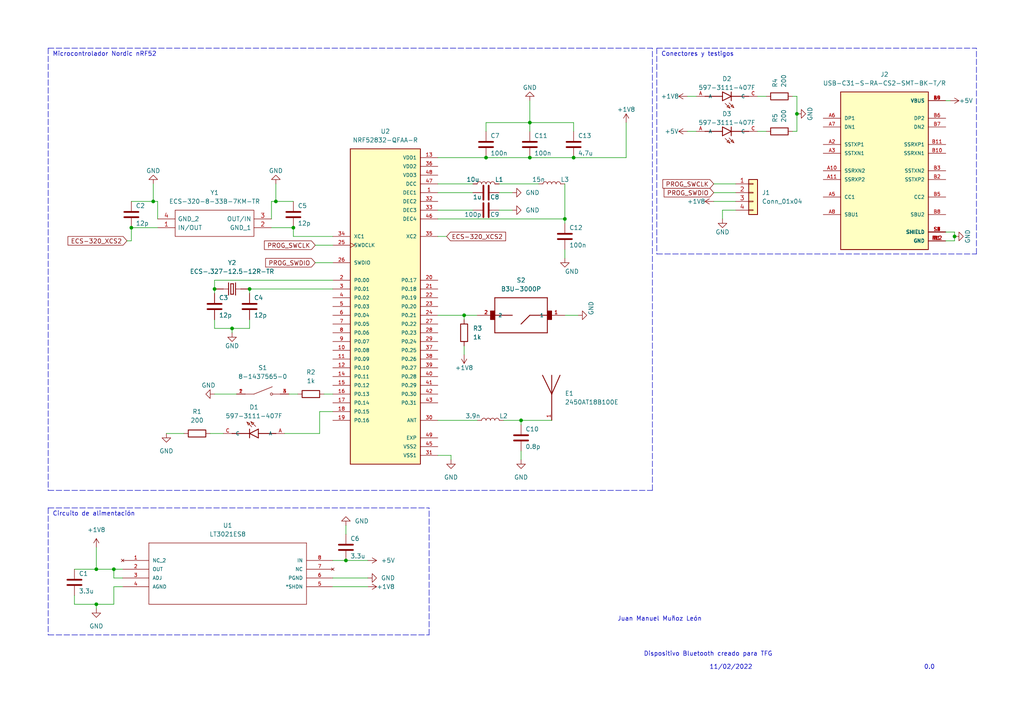
<source format=kicad_sch>
(kicad_sch (version 20211123) (generator eeschema)
  (paper "A4")
  (lib_symbols
    (symbol "Connector_Generic:Conn_01x04" (pin_names (offset 1.016) hide)
      (property "Reference" "J" (at 0 5.08 0))
      (property "Value" "Conn_01x04" (at 0 -7.62 0))
      (symbol "Conn_01x04_1_1"
        (rectangle (start -1.27 -4.953) (end 0 -5.207) (stroke (width 0.1524)))
        (rectangle (start -1.27 -2.413) (end 0 -2.667) (stroke (width 0.1524)))
        (rectangle (start -1.27 0.127) (end 0 -0.127) (stroke (width 0.1524)))
        (rectangle (start -1.27 2.667) (end 0 2.413) (stroke (width 0.1524)))
        (rectangle (start -1.27 3.81) (end 1.27 -6.35) (stroke (width 0.254)) (fill (type background)))
        (pin passive line (at -5.08 2.54 0) (length 3.81) (name "Pin_1") (number "1"))
        (pin passive line (at -5.08 0 0) (length 3.81) (name "Pin_2") (number "2"))
        (pin passive line (at -5.08 -2.54 0) (length 3.81) (name "Pin_3") (number "3"))
        (pin passive line (at -5.08 -5.08 0) (length 3.81) (name "Pin_4") (number "4"))
      )
    )
    (symbol "Device:C" (pin_numbers hide) (pin_names (offset 0.254))
      (property "Reference" "C" (at 0.635 2.54 0))
      (property "Value" "C" (at 0.635 -2.54 0))
      (symbol "C_0_1"
        (polyline (pts (xy -2.032 -0.762) (xy 2.032 -0.762)) (stroke (width 0.508)))
        (polyline (pts (xy -2.032 0.762) (xy 2.032 0.762)) (stroke (width 0.508)))
      )
      (symbol "C_1_1"
        (pin passive line (at 0 3.81 270) (length 2.794) (name "~") (number "1"))
        (pin passive line (at 0 -3.81 90) (length 2.794) (name "~") (number "2"))
      )
    )
    (symbol "Device:L" (pin_numbers hide) (pin_names (offset 1.016) hide)
      (property "Reference" "L" (at -1.27 0 90))
      (property "Value" "L" (at 1.905 0 90))
      (symbol "L_0_1"
        (arc (start 0 -2.54) (mid 0.635 -1.905) (end 0 -1.27))
        (arc (start 0 -1.27) (mid 0.635 -0.635) (end 0 0))
        (arc (start 0 0) (mid 0.635 0.635) (end 0 1.27))
        (arc (start 0 1.27) (mid 0.635 1.905) (end 0 2.54))
      )
      (symbol "L_1_1"
        (pin passive line (at 0 3.81 270) (length 1.27) (name "1") (number "1"))
        (pin passive line (at 0 -3.81 90) (length 1.27) (name "2") (number "2"))
      )
    )
    (symbol "Device:R" (pin_numbers hide) (pin_names (offset 0))
      (property "Reference" "R" (at 2.032 0 90))
      (property "Value" "R" (at 0 0 90))
      (symbol "R_0_1"
        (rectangle (start -1.016 -2.54) (end 1.016 2.54) (stroke (width 0.254)))
      )
      (symbol "R_1_1"
        (pin passive line (at 0 3.81 270) (length 1.27) (name "~") (number "1"))
        (pin passive line (at 0 -3.81 90) (length 1.27) (name "~") (number "2"))
      )
    )
    (symbol "componentes:2450AT18B100E" (pin_names (offset 1.016) hide)
      (property "Reference" "E" (at 2.54 5.08 0))
      (property "Value" "2450AT18B100E" (at 2.54 2.54 0))
      (symbol "2450AT18B100E_0_0"
        (polyline (pts (xy 0 2.54) (xy -2.667 8.001)) (stroke (width 0.254)))
        (polyline (pts (xy 0 2.54) (xy 0 -5.08)) (stroke (width 0.254)))
        (polyline (pts (xy 0 8.001) (xy 0 2.54)) (stroke (width 0.254)))
        (polyline (pts (xy 2.413 8.001) (xy 0 2.54)) (stroke (width 0.254)))
        (pin input line (at 0 -5.08 90) (length 2.54) (name "~") (number "1"))
      )
    )
    (symbol "componentes:597-3111-407F" (pin_names (offset 1.016))
      (property "Reference" "D" (at -2.032 4.064 0))
      (property "Value" "597-3111-407F" (at -2.032 -3.81 0))
      (symbol "597-3111-407F_0_0"
        (polyline (pts (xy -5.08 0) (xy 0 0)) (stroke (width 0.254)))
        (polyline (pts (xy 0 -1.27) (xy 0 0)) (stroke (width 0.254)))
        (polyline (pts (xy 0 0) (xy 0 1.27)) (stroke (width 0.254)))
        (polyline (pts (xy 0 0) (xy 2.54 1.27)) (stroke (width 0.254)))
        (polyline (pts (xy 0.635 1.905) (xy -0.762 3.302)) (stroke (width 0.1524)))
        (polyline (pts (xy 1.778 2.032) (xy 0.381 3.429)) (stroke (width 0.1524)))
        (polyline (pts (xy 2.54 -1.27) (xy 0 0)) (stroke (width 0.254)))
        (polyline (pts (xy 2.54 -1.27) (xy 2.54 0)) (stroke (width 0.254)))
        (polyline (pts (xy 2.54 0) (xy 2.54 1.27)) (stroke (width 0.254)))
        (polyline (pts (xy 2.54 0) (xy 7.62 0)) (stroke (width 0.254)))
        (polyline (pts (xy -0.762 3.302) (xy 0.127 2.921) (xy -0.381 2.413) (xy -0.762 3.302)) (stroke (width 0.1524)) (fill (type background)))
        (polyline (pts (xy 0.381 3.429) (xy 1.27 3.048) (xy 0.762 2.54) (xy 0.381 3.429)) (stroke (width 0.1524)) (fill (type background)))
        (pin passive line (at 10.16 0 180) (length 2.54) (name "A") (number "A"))
        (pin passive line (at -7.62 0 0) (length 2.54) (name "C") (number "C"))
      )
    )
    (symbol "componentes:8-1437565-0" (pin_names (offset 1.016) hide)
      (property "Reference" "S" (at -2.54 2.54 0))
      (property "Value" "8-1437565-0" (at -2.54 -2.54 0))
      (symbol "8-1437565-0_0_0"
        (polyline (pts (xy -2.54 0) (xy -5.08 0)) (stroke (width 0.1524)))
        (polyline (pts (xy -2.54 0) (xy 2.794 2.1336)) (stroke (width 0.1524)))
        (polyline (pts (xy 5.08 0) (xy 2.921 0)) (stroke (width 0.1524)))
        (circle (center 2.54 0) (radius 0.3302) (stroke (width 0.1524)))
        (pin passive line (at -7.62 0 0) (length 2.54) (name "~") (number "1"))
        (pin passive line (at -7.62 0 0) (length 2.54) (name "~") (number "2"))
        (pin passive line (at 7.62 0 180) (length 2.54) (name "~") (number "3"))
        (pin passive line (at 7.62 0 180) (length 2.54) (name "~") (number "4"))
      )
    )
    (symbol "componentes:B3U-3000P" (pin_names (offset 1.016))
      (property "Reference" "S" (at -7.62 5.08 0))
      (property "Value" "B3U-3000P" (at -7.6454 -7.6454 0))
      (symbol "B3U-3000P_0_0"
        (rectangle (start -8.89 -1.27) (end -7.5946 1.27) (fill (type outline)))
        (polyline (pts (xy -7.62 -5.08) (xy 7.62 -5.08)) (stroke (width 0.254)))
        (polyline (pts (xy -7.62 0) (xy -7.62 -5.08)) (stroke (width 0.254)))
        (polyline (pts (xy -7.62 0) (xy -2.54 0)) (stroke (width 0.254)))
        (polyline (pts (xy -7.62 5.08) (xy -7.62 0)) (stroke (width 0.254)))
        (polyline (pts (xy 2.54 0) (xy 0 -2.54)) (stroke (width 0.254)))
        (polyline (pts (xy 7.62 -5.08) (xy 7.62 0)) (stroke (width 0.254)))
        (polyline (pts (xy 7.62 0) (xy 2.54 0)) (stroke (width 0.254)))
        (polyline (pts (xy 7.62 0) (xy 7.62 5.08)) (stroke (width 0.254)))
        (polyline (pts (xy 7.62 5.08) (xy -7.62 5.08)) (stroke (width 0.254)))
        (rectangle (start 7.62 -1.27) (end 8.89 1.27) (fill (type outline)))
        (pin passive line (at 12.7 0 180) (length 5.08) (name "1") (number "1"))
        (pin passive line (at -12.7 0 0) (length 5.08) (name "2") (number "2"))
      )
    )
    (symbol "componentes:ECS-.327-12.5-12R-TR" (pin_numbers hide) (pin_names (offset 1.016) hide)
      (property "Reference" "Y" (at -5.08 3.81 0))
      (property "Value" "ECS-.327-12.5-12R-TR" (at -5.08 -5.08 0))
      (symbol "ECS-.327-12.5-12R-TR_0_0"
        (polyline (pts (xy -2.54 0) (xy -1.016 0)) (stroke (width 0.1524)))
        (polyline (pts (xy -1.016 1.778) (xy -1.016 -1.778)) (stroke (width 0.254)))
        (polyline (pts (xy -0.381 -1.524) (xy 0.381 -1.524)) (stroke (width 0.254)))
        (polyline (pts (xy -0.381 1.524) (xy -0.381 -1.524)) (stroke (width 0.254)))
        (polyline (pts (xy 0.381 -1.524) (xy 0.381 1.524)) (stroke (width 0.254)))
        (polyline (pts (xy 0.381 1.524) (xy -0.381 1.524)) (stroke (width 0.254)))
        (polyline (pts (xy 1.016 0) (xy 2.54 0)) (stroke (width 0.1524)))
        (polyline (pts (xy 1.016 1.778) (xy 1.016 -1.778)) (stroke (width 0.254)))
        (pin passive line (at -5.08 0 0) (length 2.54) (name "~") (number "1"))
        (pin passive line (at 5.08 0 180) (length 2.54) (name "~") (number "2"))
      )
    )
    (symbol "componentes:ECS-320-8-33B-7KM-TR" (pin_names (offset 0.762))
      (property "Reference" "Y" (at 29.21 7.62 0))
      (property "Value" "ECS-320-8-33B-7KM-TR" (at 29.21 5.08 0))
      (symbol "ECS-320-8-33B-7KM-TR_0_0"
        (pin passive line (at 0 -2.54 0) (length 5.08) (name "IN/OUT") (number "1"))
        (pin passive line (at 33.02 -2.54 180) (length 5.08) (name "GND_1") (number "2"))
        (pin passive line (at 33.02 0 180) (length 5.08) (name "OUT/IN") (number "3"))
        (pin passive line (at 0 0 0) (length 5.08) (name "GND_2") (number "4"))
      )
      (symbol "ECS-320-8-33B-7KM-TR_0_1"
        (polyline (pts (xy 5.08 2.54) (xy 27.94 2.54) (xy 27.94 -5.08) (xy 5.08 -5.08) (xy 5.08 2.54)) (stroke (width 0.1524)))
      )
    )
    (symbol "componentes:LT3021ES8" (pin_names (offset 1.016))
      (property "Reference" "U" (at 25.8064 9.144 0))
      (property "Value" "LT3021ES8" (at 25.146 6.5786 0))
      (symbol "LT3021ES8_0_0"
        (polyline (pts (xy 7.62 -12.7) (xy 53.34 -12.7)) (stroke (width 0.1524)))
        (polyline (pts (xy 7.62 5.08) (xy 7.62 -12.7)) (stroke (width 0.1524)))
        (polyline (pts (xy 53.34 -12.7) (xy 53.34 5.08)) (stroke (width 0.1524)))
        (polyline (pts (xy 53.34 5.08) (xy 7.62 5.08)) (stroke (width 0.1524)))
        (pin no_connect line (at 0 0 0) (length 7.62) (name "NC_2") (number "1"))
        (pin output line (at 0 -2.54 0) (length 7.62) (name "OUT") (number "2"))
        (pin input line (at 0 -5.08 0) (length 7.62) (name "ADJ") (number "3"))
        (pin power_in line (at 0 -7.62 0) (length 7.62) (name "AGND") (number "4"))
        (pin passive line (at 60.96 -7.62 180) (length 7.62) (name "*SHDN") (number "5"))
        (pin power_in line (at 60.96 -5.08 180) (length 7.62) (name "PGND") (number "6"))
        (pin no_connect line (at 60.96 -2.54 180) (length 7.62) (name "NC") (number "7"))
        (pin input line (at 60.96 0 180) (length 7.62) (name "IN") (number "8"))
      )
    )
    (symbol "componentes:NRF52832-QFAA-R" (pin_names (offset 1.016))
      (property "Reference" "U" (at -10.1854 45.7962 0))
      (property "Value" "NRF52832-QFAA-R" (at -10.16 -48.26 0))
      (symbol "NRF52832-QFAA-R_0_0"
        (rectangle (start -10.16 -45.72) (end 10.16 45.72) (stroke (width 0.254)) (fill (type background)))
        (pin power_in line (at 15.24 33.02 180) (length 5.08) (name "DEC1") (number "1"))
        (pin bidirectional line (at -15.24 -12.7 0) (length 5.08) (name "P0.08") (number "10"))
        (pin bidirectional line (at -15.24 -15.24 0) (length 5.08) (name "P0.09") (number "11"))
        (pin bidirectional line (at -15.24 -17.78 0) (length 5.08) (name "P0.10") (number "12"))
        (pin power_in line (at 15.24 43.18 180) (length 5.08) (name "VDD1") (number "13"))
        (pin bidirectional line (at -15.24 -20.32 0) (length 5.08) (name "P0.11") (number "14"))
        (pin bidirectional line (at -15.24 -22.86 0) (length 5.08) (name "P0.12") (number "15"))
        (pin bidirectional line (at -15.24 -25.4 0) (length 5.08) (name "P0.13") (number "16"))
        (pin bidirectional line (at -15.24 -27.94 0) (length 5.08) (name "P0.14") (number "17"))
        (pin bidirectional line (at -15.24 -30.48 0) (length 5.08) (name "P0.15") (number "18"))
        (pin bidirectional line (at -15.24 -33.02 0) (length 5.08) (name "P0.16") (number "19"))
        (pin bidirectional line (at -15.24 7.62 0) (length 5.08) (name "P0.00") (number "2"))
        (pin bidirectional line (at 15.24 7.62 180) (length 5.08) (name "P0.17") (number "20"))
        (pin bidirectional line (at 15.24 5.08 180) (length 5.08) (name "P0.18") (number "21"))
        (pin bidirectional line (at 15.24 2.54 180) (length 5.08) (name "P0.19") (number "22"))
        (pin bidirectional line (at 15.24 0 180) (length 5.08) (name "P0.20") (number "23"))
        (pin bidirectional line (at 15.24 -2.54 180) (length 5.08) (name "P0.21") (number "24"))
        (pin input clock (at -15.24 17.78 0) (length 5.08) (name "SWDCLK") (number "25"))
        (pin bidirectional line (at -15.24 12.7 0) (length 5.08) (name "SWDIO") (number "26"))
        (pin bidirectional line (at 15.24 -5.08 180) (length 5.08) (name "P0.22") (number "27"))
        (pin bidirectional line (at 15.24 -7.62 180) (length 5.08) (name "P0.23") (number "28"))
        (pin bidirectional line (at 15.24 -10.16 180) (length 5.08) (name "P0.24") (number "29"))
        (pin bidirectional line (at -15.24 5.08 0) (length 5.08) (name "P0.01") (number "3"))
        (pin passive line (at 15.24 -33.02 180) (length 5.08) (name "ANT") (number "30"))
        (pin power_in line (at 15.24 -43.18 180) (length 5.08) (name "VSS1") (number "31"))
        (pin power_in line (at 15.24 30.48 180) (length 5.08) (name "DEC2") (number "32"))
        (pin power_in line (at 15.24 27.94 180) (length 5.08) (name "DEC3") (number "33"))
        (pin input line (at -15.24 20.32 0) (length 5.08) (name "XC1") (number "34"))
        (pin output line (at 15.24 20.32 180) (length 5.08) (name "XC2") (number "35"))
        (pin power_in line (at 15.24 40.64 180) (length 5.08) (name "VDD2") (number "36"))
        (pin bidirectional line (at 15.24 -12.7 180) (length 5.08) (name "P0.25") (number "37"))
        (pin bidirectional line (at 15.24 -15.24 180) (length 5.08) (name "P0.26") (number "38"))
        (pin bidirectional line (at 15.24 -17.78 180) (length 5.08) (name "P0.27") (number "39"))
        (pin bidirectional line (at -15.24 2.54 0) (length 5.08) (name "P0.02") (number "4"))
        (pin bidirectional line (at 15.24 -20.32 180) (length 5.08) (name "P0.28") (number "40"))
        (pin bidirectional line (at 15.24 -22.86 180) (length 5.08) (name "P0.29") (number "41"))
        (pin bidirectional line (at 15.24 -25.4 180) (length 5.08) (name "P0.30") (number "42"))
        (pin bidirectional line (at 15.24 -27.94 180) (length 5.08) (name "P0.31") (number "43"))
        (pin power_in line (at 15.24 -40.64 180) (length 5.08) (name "VSS2") (number "45"))
        (pin power_in line (at 15.24 25.4 180) (length 5.08) (name "DEC4") (number "46"))
        (pin power_in line (at 15.24 35.56 180) (length 5.08) (name "DCC") (number "47"))
        (pin power_in line (at 15.24 38.1 180) (length 5.08) (name "VDD3") (number "48"))
        (pin power_in line (at 15.24 -38.1 180) (length 5.08) (name "EXP") (number "49"))
        (pin bidirectional line (at -15.24 0 0) (length 5.08) (name "P0.03") (number "5"))
        (pin bidirectional line (at -15.24 -2.54 0) (length 5.08) (name "P0.04") (number "6"))
        (pin bidirectional line (at -15.24 -5.08 0) (length 5.08) (name "P0.05") (number "7"))
        (pin bidirectional line (at -15.24 -7.62 0) (length 5.08) (name "P0.06") (number "8"))
        (pin bidirectional line (at -15.24 -10.16 0) (length 5.08) (name "P0.07") (number "9"))
      )
    )
    (symbol "componentes:USB-C31-S-RA-CS2-SMT-BK-T{brace}slash}R" (pin_names (offset 1.016))
      (property "Reference" "J" (at -12.7 23.622 0))
      (property "Value" "USB-C31-S-RA-CS2-SMT-BK-T{brace}slash}R" (at -12.7 -25.4 0))
      (symbol "USB-C31-S-RA-CS2-SMT-BK-T{brace}slash}R_0_0"
        (rectangle (start -12.7 -22.86) (end 12.7 22.86) (stroke (width 0.254)) (fill (type background)))
        (pin power_in line (at 17.78 -20.32 180) (length 5.08) (name "GND") (number "A1"))
        (pin bidirectional line (at -17.78 0 0) (length 5.08) (name "SSRXN2") (number "A10"))
        (pin bidirectional line (at -17.78 -2.54 0) (length 5.08) (name "SSRXP2") (number "A11"))
        (pin power_in line (at 17.78 -20.32 180) (length 5.08) (name "GND") (number "A12"))
        (pin bidirectional line (at -17.78 7.62 0) (length 5.08) (name "SSTXP1") (number "A2"))
        (pin bidirectional line (at -17.78 5.08 0) (length 5.08) (name "SSTXN1") (number "A3"))
        (pin power_in line (at 17.78 20.32 180) (length 5.08) (name "VBUS") (number "A4"))
        (pin passive line (at -17.78 -7.62 0) (length 5.08) (name "CC1") (number "A5"))
        (pin bidirectional line (at -17.78 15.24 0) (length 5.08) (name "DP1") (number "A6"))
        (pin bidirectional line (at -17.78 12.7 0) (length 5.08) (name "DN1") (number "A7"))
        (pin passive line (at -17.78 -12.7 0) (length 5.08) (name "SBU1") (number "A8"))
        (pin power_in line (at 17.78 20.32 180) (length 5.08) (name "VBUS") (number "A9"))
        (pin power_in line (at 17.78 -20.32 180) (length 5.08) (name "GND") (number "B1"))
        (pin bidirectional line (at 17.78 5.08 180) (length 5.08) (name "SSRXN1") (number "B10"))
        (pin bidirectional line (at 17.78 7.62 180) (length 5.08) (name "SSRXP1") (number "B11"))
        (pin power_in line (at 17.78 -20.32 180) (length 5.08) (name "GND") (number "B12"))
        (pin bidirectional line (at 17.78 -2.54 180) (length 5.08) (name "SSTXP2") (number "B2"))
        (pin bidirectional line (at 17.78 0 180) (length 5.08) (name "SSTXN2") (number "B3"))
        (pin power_in line (at 17.78 20.32 180) (length 5.08) (name "VBUS") (number "B4"))
        (pin passive line (at 17.78 -7.62 180) (length 5.08) (name "CC2") (number "B5"))
        (pin bidirectional line (at 17.78 15.24 180) (length 5.08) (name "DP2") (number "B6"))
        (pin bidirectional line (at 17.78 12.7 180) (length 5.08) (name "DN2") (number "B7"))
        (pin passive line (at 17.78 -12.7 180) (length 5.08) (name "SBU2") (number "B8"))
        (pin power_in line (at 17.78 20.32 180) (length 5.08) (name "VBUS") (number "B9"))
        (pin passive line (at 17.78 -17.78 180) (length 5.08) (name "SHIELD") (number "S1"))
        (pin passive line (at 17.78 -17.78 180) (length 5.08) (name "SHIELD") (number "S2"))
        (pin passive line (at 17.78 -17.78 180) (length 5.08) (name "SHIELD") (number "S3"))
        (pin passive line (at 17.78 -17.78 180) (length 5.08) (name "SHIELD") (number "S4"))
        (pin passive line (at 17.78 -17.78 180) (length 5.08) (name "SHIELD") (number "S5"))
        (pin passive line (at 17.78 -17.78 180) (length 5.08) (name "SHIELD") (number "S6"))
        (pin passive line (at 17.78 -17.78 180) (length 5.08) (name "SHIELD") (number "S7"))
        (pin passive line (at 17.78 -17.78 180) (length 5.08) (name "SHIELD") (number "S8"))
      )
    )
    (symbol "power:+1V8" (power) (pin_names (offset 0))
      (property "Value" "+1V8" (at 0 3.556 0))
      (symbol "+1V8_0_1"
        (polyline (pts (xy -0.762 1.27) (xy 0 2.54)))
        (polyline (pts (xy 0 0) (xy 0 2.54)))
        (polyline (pts (xy 0 2.54) (xy 0.762 1.27)))
      )
      (symbol "+1V8_1_1"
        (pin power_in line (at 0 0 90) (length 0) hide (name "+1V8") (number "1"))
      )
    )
    (symbol "power:+5V" (power) (pin_names (offset 0))
      (property "Value" "+5V" (at 0 3.556 0))
      (symbol "+5V_0_1"
        (polyline (pts (xy -0.762 1.27) (xy 0 2.54)))
        (polyline (pts (xy 0 0) (xy 0 2.54)))
        (polyline (pts (xy 0 2.54) (xy 0.762 1.27)))
      )
      (symbol "+5V_1_1"
        (pin power_in line (at 0 0 90) (length 0) hide (name "+5V") (number "1"))
      )
    )
    (symbol "power:GND" (power) (pin_names (offset 0))
      (property "Value" "GND" (at 0 -3.81 0))
      (symbol "GND_0_1"
        (polyline (pts (xy 0 0) (xy 0 -1.27) (xy 1.27 -1.27) (xy 0 -2.54) (xy -1.27 -1.27) (xy 0 -1.27)))
      )
      (symbol "GND_1_1"
        (pin power_in line (at 0 0 270) (length 0) hide (name "GND") (number "1"))
      )
    )
  )
  (junction (at 100.33 162.56))
  (junction (at 27.94 175.26))
  (junction (at 163.83 63.5))
  (junction (at 38.1 66.04))
  (junction (at 276.86 68.58))
  (junction (at 27.94 165.1))
  (junction (at 140.97 45.72))
  (junction (at 166.37 45.72))
  (junction (at 72.39 83.82))
  (junction (at 80.01 58.42))
  (junction (at 134.62 91.44))
  (junction (at 153.67 45.72))
  (junction (at 67.31 95.25))
  (junction (at 231.14 33.02))
  (junction (at 85.09 66.04))
  (junction (at 151.13 121.92))
  (junction (at 153.67 35.56))
  (junction (at 62.23 83.82))
  (junction (at 33.02 165.1))
  (junction (at 44.45 58.42))
  (wire (pts (xy 229.87 27.94) (xy 231.14 27.94)))
  (wire (pts (xy 44.45 53.34) (xy 44.45 58.42)))
  (wire (pts (xy 140.97 35.56) (xy 140.97 38.1)))
  (wire (pts (xy 27.94 158.75) (xy 27.94 165.1)))
  (wire (pts (xy 166.37 35.56) (xy 166.37 38.1)))
  (wire (pts (xy 231.14 38.1) (xy 231.14 33.02)))
  (wire (pts (xy 276.86 69.85) (xy 276.86 68.58)))
  (polyline (pts (xy 190.5 13.97) (xy 283.21 13.97)))
  (wire (pts (xy 45.72 58.42) (xy 45.72 63.5)))
  (wire (pts (xy 219.71 38.1) (xy 222.25 38.1)))
  (wire (pts (xy 100.33 152.4) (xy 100.33 154.94)))
  (wire (pts (xy 62.23 83.82) (xy 62.23 85.09)))
  (wire (pts (xy 33.02 167.64) (xy 33.02 165.1)))
  (wire (pts (xy 93.98 114.3) (xy 96.52 114.3)))
  (wire (pts (xy 96.52 162.56) (xy 100.33 162.56)))
  (wire (pts (xy 82.55 125.73) (xy 92.71 125.73)))
  (wire (pts (xy 229.87 38.1) (xy 231.14 38.1)))
  (wire (pts (xy 72.39 95.25) (xy 67.31 95.25)))
  (polyline (pts (xy 13.97 142.24) (xy 189.23 142.24)))
  (wire (pts (xy 85.09 68.58) (xy 85.09 66.04)))
  (wire (pts (xy 67.31 96.52) (xy 67.31 95.25)))
  (wire (pts (xy 146.05 121.92) (xy 151.13 121.92)))
  (wire (pts (xy 33.02 175.26) (xy 27.94 175.26)))
  (wire (pts (xy 140.97 45.72) (xy 153.67 45.72)))
  (wire (pts (xy 72.39 83.82) (xy 72.39 85.09)))
  (wire (pts (xy 153.67 29.21) (xy 153.67 35.56)))
  (wire (pts (xy 48.26 125.73) (xy 53.34 125.73)))
  (wire (pts (xy 207.01 58.42) (xy 213.36 58.42)))
  (wire (pts (xy 83.82 114.3) (xy 86.36 114.3)))
  (wire (pts (xy 96.52 167.64) (xy 106.68 167.64)))
  (wire (pts (xy 274.32 29.21) (xy 275.59 29.21)))
  (wire (pts (xy 181.61 35.56) (xy 181.61 45.72)))
  (wire (pts (xy 134.62 91.44) (xy 138.43 91.44)))
  (wire (pts (xy 36.83 69.85) (xy 38.1 69.85)))
  (polyline (pts (xy 190.5 13.97) (xy 190.5 73.66)))
  (wire (pts (xy 67.31 95.25) (xy 62.23 95.25)))
  (wire (pts (xy 207.01 53.34) (xy 213.36 53.34)))
  (wire (pts (xy 38.1 58.42) (xy 44.45 58.42)))
  (wire (pts (xy 219.71 27.94) (xy 222.25 27.94)))
  (wire (pts (xy 62.23 114.3) (xy 68.58 114.3)))
  (wire (pts (xy 127 68.58) (xy 129.54 68.58)))
  (wire (pts (xy 181.61 45.72) (xy 166.37 45.72)))
  (wire (pts (xy 153.67 45.72) (xy 166.37 45.72)))
  (wire (pts (xy 213.36 60.96) (xy 209.55 60.96)))
  (wire (pts (xy 72.39 83.82) (xy 96.52 83.82)))
  (wire (pts (xy 148.59 55.88) (xy 144.78 55.88)))
  (wire (pts (xy 207.01 55.88) (xy 213.36 55.88)))
  (wire (pts (xy 35.56 167.64) (xy 33.02 167.64)))
  (wire (pts (xy 153.67 35.56) (xy 140.97 35.56)))
  (wire (pts (xy 62.23 81.28) (xy 62.23 83.82)))
  (wire (pts (xy 151.13 121.92) (xy 151.13 123.19)))
  (polyline (pts (xy 13.97 13.97) (xy 13.97 142.24)))
  (wire (pts (xy 80.01 58.42) (xy 78.74 58.42)))
  (wire (pts (xy 151.13 130.81) (xy 151.13 133.35)))
  (wire (pts (xy 80.01 53.34) (xy 80.01 58.42)))
  (wire (pts (xy 231.14 27.94) (xy 231.14 33.02)))
  (wire (pts (xy 127 45.72) (xy 140.97 45.72)))
  (wire (pts (xy 163.83 64.77) (xy 163.83 63.5)))
  (wire (pts (xy 85.09 68.58) (xy 96.52 68.58)))
  (wire (pts (xy 96.52 170.18) (xy 106.68 170.18)))
  (wire (pts (xy 134.62 100.33) (xy 134.62 102.87)))
  (wire (pts (xy 144.78 53.34) (xy 156.21 53.34)))
  (wire (pts (xy 130.81 132.08) (xy 130.81 133.35)))
  (polyline (pts (xy 124.46 184.15) (xy 124.46 147.32)))
  (polyline (pts (xy 190.5 73.66) (xy 283.21 73.66)))
  (wire (pts (xy 91.44 71.12) (xy 96.52 71.12)))
  (wire (pts (xy 100.33 162.56) (xy 106.68 162.56)))
  (wire (pts (xy 127 53.34) (xy 137.16 53.34)))
  (wire (pts (xy 209.55 60.96) (xy 209.55 63.5)))
  (polyline (pts (xy 13.97 147.32) (xy 124.46 147.32)))
  (wire (pts (xy 163.83 72.39) (xy 163.83 74.93)))
  (wire (pts (xy 33.02 170.18) (xy 33.02 175.26)))
  (polyline (pts (xy 189.23 142.24) (xy 189.23 13.97)))
  (polyline (pts (xy 13.97 147.32) (xy 13.97 184.15)))
  (wire (pts (xy 62.23 95.25) (xy 62.23 92.71)))
  (wire (pts (xy 127 91.44) (xy 134.62 91.44)))
  (wire (pts (xy 92.71 119.38) (xy 92.71 125.73)))
  (polyline (pts (xy 13.97 184.15) (xy 124.46 184.15)))
  (wire (pts (xy 163.83 91.44) (xy 167.64 91.44)))
  (wire (pts (xy 127 55.88) (xy 137.16 55.88)))
  (wire (pts (xy 199.39 38.1) (xy 201.93 38.1)))
  (polyline (pts (xy 13.97 13.97) (xy 189.23 13.97)))
  (wire (pts (xy 134.62 91.44) (xy 134.62 92.71)))
  (wire (pts (xy 80.01 58.42) (xy 85.09 58.42)))
  (wire (pts (xy 127 63.5) (xy 163.83 63.5)))
  (wire (pts (xy 127 60.96) (xy 137.16 60.96)))
  (wire (pts (xy 127 132.08) (xy 130.81 132.08)))
  (wire (pts (xy 38.1 66.04) (xy 45.72 66.04)))
  (wire (pts (xy 27.94 165.1) (xy 33.02 165.1)))
  (wire (pts (xy 163.83 53.34) (xy 163.83 63.5)))
  (wire (pts (xy 151.13 121.92) (xy 160.02 121.92)))
  (wire (pts (xy 96.52 81.28) (xy 62.23 81.28)))
  (wire (pts (xy 27.94 176.53) (xy 27.94 175.26)))
  (wire (pts (xy 72.39 92.71) (xy 72.39 95.25)))
  (wire (pts (xy 276.86 67.31) (xy 276.86 68.58)))
  (wire (pts (xy 92.71 119.38) (xy 96.52 119.38)))
  (wire (pts (xy 274.32 69.85) (xy 276.86 69.85)))
  (wire (pts (xy 44.45 58.42) (xy 45.72 58.42)))
  (wire (pts (xy 127 121.92) (xy 138.43 121.92)))
  (wire (pts (xy 27.94 165.1) (xy 21.59 165.1)))
  (wire (pts (xy 33.02 165.1) (xy 35.56 165.1)))
  (polyline (pts (xy 283.21 73.66) (xy 283.21 13.97)))
  (wire (pts (xy 33.02 170.18) (xy 35.56 170.18)))
  (wire (pts (xy 78.74 58.42) (xy 78.74 63.5)))
  (wire (pts (xy 199.39 27.94) (xy 201.93 27.94)))
  (wire (pts (xy 153.67 35.56) (xy 166.37 35.56)))
  (wire (pts (xy 274.32 67.31) (xy 276.86 67.31)))
  (wire (pts (xy 91.44 76.2) (xy 96.52 76.2)))
  (wire (pts (xy 144.78 60.96) (xy 148.59 60.96)))
  (wire (pts (xy 21.59 175.26) (xy 27.94 175.26)))
  (wire (pts (xy 38.1 69.85) (xy 38.1 66.04)))
  (wire (pts (xy 153.67 35.56) (xy 153.67 38.1)))
  (wire (pts (xy 21.59 172.72) (xy 21.59 175.26)))
  (wire (pts (xy 60.96 125.73) (xy 64.77 125.73)))
  (wire (pts (xy 78.74 66.04) (xy 85.09 66.04)))
  (text "Juan Manuel Muñoz León" (at 179.07 180.34 0) (effects (font (size 1.27 1.27)) (justify left bottom)))
  (text "Circuito de alimentación" (at 15.24 149.86 0) (effects (font (size 1.27 1.27)) (justify left bottom)))
  (text "Microcontrolador Nordic nRF52" (at 15.24 16.51 0) (effects (font (size 1.27 1.27)) (justify left bottom)))
  (text "Dispositivo Bluetooth creado para TFG" (at 186.69 190.5 0) (effects (font (size 1.27 1.27)) (justify left bottom)))
  (text "Conectores y testigos" (at 191.77 16.51 0) (effects (font (size 1.27 1.27)) (justify left bottom)))
  (text "11/02/2022" (at 205.74 194.31 0) (effects (font (size 1.27 1.27)) (justify left bottom)))
  (text "0.0" (at 267.97 194.31 0) (effects (font (size 1.27 1.27)) (justify left bottom)))
  (global_label "PROG_SWCLK" (shape input) (at 91.44 71.12 180) (property "Intersheet References" "${INTERSHEET_REFS}" (effects hide)))
  (global_label "PROG_SWDIO" (shape input) (at 91.44 76.2 180) (property "Intersheet References" "${INTERSHEET_REFS}" (effects hide)))
  (global_label "ECS-320_XCS2" (shape input) (at 129.54 68.58 0) (property "Intersheet References" "${INTERSHEET_REFS}" (effects hide)))
  (global_label "ECS-320_XCS2" (shape input) (at 36.83 69.85 180) (property "Intersheet References" "${INTERSHEET_REFS}" (effects hide)))
  (global_label "PROG_SWCLK" (shape input) (at 207.01 53.34 180) (property "Intersheet References" "${INTERSHEET_REFS}" (effects hide)))
  (global_label "PROG_SWDIO" (shape input) (at 207.01 55.88 180) (property "Intersheet References" "${INTERSHEET_REFS}" (effects hide)))
  (symbol (lib_id "Device:C") (at 163.83 68.58 0) (unit 1)
    (property "Reference" "C12" (at 165.1 66.04 0) (effects (justify left)))
    (property "Value" "100n" (at 165.1 71.12 0) (effects (justify left)))
    (property "Footprint" "Capacitor_SMD:C_0805_2012Metric" (effects hide))
  )
  (symbol (lib_id "power:GND") (at 276.86 68.58 90) (unit 1)
    (property "Reference" "#PWR0125" (effects hide))
    (property "Value" "GND" (at 280.67 68.58 0))
  )
  (symbol (lib_id "power:GND") (at 151.13 133.35 0) (unit 1)
    (property "Reference" "#PWR0114" (effects hide))
    (property "Value" "GND" (at 151.13 138.43 0))
  )
  (symbol (lib_id "power:+5V") (at 106.68 162.56 270) (unit 1)
    (property "Reference" "#PWR0122" (effects hide))
    (property "Value" "+5V" (at 110.49 162.5599 90) (effects (justify left)))
  )
  (symbol (lib_id "power:+1V8") (at 106.68 170.18 270) (unit 1)
    (property "Reference" "#PWR0120" (effects hide))
    (property "Value" "+1V8" (at 109.22 170.18 90) (effects (justify left)))
  )
  (symbol (lib_id "Device:R") (at 226.06 27.94 90) (unit 1)
    (property "Reference" "R4" (at 224.7899 25.4 0) (effects (justify left)))
    (property "Value" "200" (at 227.3299 25.4 0) (effects (justify left)))
    (property "Footprint" "Resistor_SMD:R_0805_2012Metric" (effects hide))
  )
  (symbol (lib_id "componentes:NRF52832-QFAA-R") (at 111.76 88.9 0) (unit 1)
    (property "Reference" "U2" (at 111.76 38.1 0))
    (property "Value" "NRF52832-QFAA-R" (at 111.76 40.64 0))
    (property "Footprint" "componentes:QFN40P600X600X90-49N" (effects hide))
    (property "MANUFACTURER" "Nordic Semiconductor" (effects hide))
  )
  (symbol (lib_id "power:+1V8") (at 207.01 58.42 90) (unit 1)
    (property "Reference" "#PWR0127" (effects hide))
    (property "Value" "+1V8" (at 201.93 58.42 90))
  )
  (symbol (lib_id "Device:R") (at 57.15 125.73 90) (unit 1)
    (property "Reference" "R1" (at 57.15 119.38 90))
    (property "Value" "200" (at 57.15 121.92 90))
    (property "Footprint" "Resistor_SMD:R_0805_2012Metric" (effects hide))
  )
  (symbol (lib_id "Device:C") (at 21.59 168.91 0) (unit 1)
    (property "Reference" "C1" (at 22.86 166.37 0) (effects (justify left)))
    (property "Value" "3.3u" (at 22.86 171.45 0) (effects (justify left)))
    (property "Footprint" "Capacitor_SMD:C_0805_2012Metric" (effects hide))
  )
  (symbol (lib_id "Device:L") (at 142.24 121.92 90) (unit 1)
    (property "Reference" "L2" (at 146.05 120.65 90))
    (property "Value" "3.9n" (at 137.16 120.65 90))
    (property "Footprint" "Inductor_SMD:L_0805_2012Metric" (effects hide))
  )
  (symbol (lib_id "componentes:2450AT18B100E") (at 160.02 116.84 0) (unit 1)
    (property "Reference" "E1" (at 163.83 114.1094 0) (effects (justify left)))
    (property "Value" "2450AT18B100E" (at 163.83 116.6494 0) (effects (justify left)))
    (property "Footprint" "componentes:XDCR_2450AT18B100E" (effects hide))
    (property "STANDARD" "Manufacturer Recommendation" (effects hide))
    (property "PARTREV" "4.0" (effects hide))
    (property "MANUFACTURER" "Johanson Technology" (effects hide))
    (property "MAXIMUM_PACKAGE_HEIGHT" "1.4 mm" (effects hide))
  )
  (symbol (lib_id "power:GND") (at 106.68 167.64 90) (unit 1)
    (property "Reference" "#PWR0119" (effects hide))
    (property "Value" "GND" (at 110.49 167.6399 90) (effects (justify right)))
  )
  (symbol (lib_id "power:+1V8") (at 134.62 102.87 180) (unit 1)
    (property "Reference" "#PWR0111" (effects hide))
    (property "Value" "+1V8" (at 134.62 106.68 0))
  )
  (symbol (lib_id "Device:C") (at 153.67 41.91 0) (unit 1)
    (property "Reference" "C11" (at 154.94 39.37 0) (effects (justify left)))
    (property "Value" "100n" (at 154.94 44.45 0) (effects (justify left)))
    (property "Footprint" "Capacitor_SMD:C_0805_2012Metric" (effects hide))
  )
  (symbol (lib_id "power:+1V8") (at 199.39 27.94 90) (unit 1)
    (property "Reference" "#PWR0102" (effects hide))
    (property "Value" "+1V8" (at 194.31 27.94 90))
  )
  (symbol (lib_id "componentes:597-3111-407F") (at 212.09 38.1 180) (unit 1)
    (property "Reference" "D3" (at 210.82 33.02 0))
    (property "Value" "597-3111-407F" (at 210.82 35.56 0))
    (property "Footprint" "componentes:LEDC3216X110N" (effects hide))
  )
  (symbol (lib_id "power:GND") (at 163.83 74.93 0) (unit 1)
    (property "Reference" "#PWR0108" (effects hide))
    (property "Value" "GND" (at 163.83 78.74 0) (effects (justify left)))
  )
  (symbol (lib_id "componentes:B3U-3000P") (at 151.13 91.44 0) (unit 1)
    (property "Reference" "S2" (at 151.13 81.28 0))
    (property "Value" "B3U-3000P" (at 151.13 83.82 0))
    (property "Footprint" "componentes:SW_B3U-3000P" (effects hide))
    (property "MANUFACTURER" "Omron" (effects hide))
  )
  (symbol (lib_id "power:GND") (at 153.67 29.21 180) (unit 1)
    (property "Reference" "#PWR0105" (effects hide))
    (property "Value" "GND" (at 153.67 25.4 0))
  )
  (symbol (lib_id "Device:C") (at 140.97 41.91 0) (unit 1)
    (property "Reference" "C7" (at 142.24 39.37 0) (effects (justify left)))
    (property "Value" "100n" (at 142.24 44.45 0) (effects (justify left)))
    (property "Footprint" "Capacitor_SMD:C_0805_2012Metric" (effects hide))
  )
  (symbol (lib_id "Device:C") (at 140.97 60.96 270) (unit 1)
    (property "Reference" "C9" (at 143.51 62.23 90))
    (property "Value" "100p" (at 137.16 62.23 90))
    (property "Footprint" "Capacitor_SMD:C_0805_2012Metric" (effects hide))
  )
  (symbol (lib_id "Device:L") (at 160.02 53.34 90) (unit 1)
    (property "Reference" "L3" (at 163.83 52.07 90))
    (property "Value" "15n" (at 156.21 52.07 90))
    (property "Footprint" "Inductor_SMD:L_0805_2012Metric" (effects hide))
  )
  (symbol (lib_id "power:GND") (at 130.81 133.35 0) (unit 1)
    (property "Reference" "#PWR0113" (effects hide))
    (property "Value" "GND" (at 130.81 138.43 0))
  )
  (symbol (lib_id "power:GND") (at 44.45 53.34 180) (unit 1)
    (property "Reference" "#PWR0104" (effects hide))
    (property "Value" "GND" (at 44.45 49.53 0))
  )
  (symbol (lib_id "power:+1V8") (at 181.61 35.56 0) (unit 1)
    (property "Reference" "#PWR0101" (effects hide))
    (property "Value" "+1V8" (at 181.61 31.75 0))
  )
  (symbol (lib_id "componentes:LT3021ES8") (at 35.56 162.56 0) (unit 1)
    (property "Reference" "U1" (at 66.04 152.4 0))
    (property "Value" "LT3021ES8" (at 66.04 154.94 0))
    (property "Footprint" "componentes:SO-8_S" (effects hide))
    (property "VENDOR" "Linear Technology" (effects hide))
    (property "MANUFACTURER_PART_NUMBER" "lt3021es8" (effects hide))
  )
  (symbol (lib_id "componentes:597-3111-407F") (at 212.09 27.94 180) (unit 1)
    (property "Reference" "D2" (at 210.82 22.86 0))
    (property "Value" "597-3111-407F" (at 210.82 25.4 0))
    (property "Footprint" "componentes:LEDC3216X110N" (effects hide))
  )
  (symbol (lib_id "power:GND") (at 209.55 63.5 0) (unit 1)
    (property "Reference" "#PWR0126" (effects hide))
    (property "Value" "GND" (at 209.55 67.31 0))
  )
  (symbol (lib_id "power:+5V") (at 199.39 38.1 90) (unit 1)
    (property "Reference" "#PWR0103" (effects hide))
    (property "Value" "+5V" (at 196.85 38.1 90) (effects (justify left)))
  )
  (symbol (lib_id "power:GND") (at 67.31 96.52 0) (unit 1)
    (property "Reference" "#PWR0110" (effects hide))
    (property "Value" "GND" (at 67.31 100.33 0))
  )
  (symbol (lib_id "power:GND") (at 80.01 53.34 180) (unit 1)
    (property "Reference" "#PWR0112" (effects hide))
    (property "Value" "GND" (at 80.01 49.53 0))
  )
  (symbol (lib_id "power:GND") (at 167.64 91.44 90) (unit 1)
    (property "Reference" "#PWR0109" (effects hide))
    (property "Value" "GND" (at 171.45 91.44 0) (effects (justify left)))
  )
  (symbol (lib_id "Device:C") (at 62.23 88.9 0) (unit 1)
    (property "Reference" "C3" (at 63.5 86.36 0) (effects (justify left)))
    (property "Value" "12p" (at 63.5 91.44 0) (effects (justify left)))
    (property "Footprint" "Capacitor_SMD:C_0805_2012Metric" (effects hide))
  )
  (symbol (lib_id "power:GND") (at 27.94 176.53 0) (unit 1)
    (property "Reference" "#PWR0118" (effects hide))
    (property "Value" "GND" (at 27.94 181.61 0))
  )
  (symbol (lib_id "Device:C") (at 38.1 62.23 0) (unit 1)
    (property "Reference" "C2" (at 39.37 59.69 0) (effects (justify left)))
    (property "Value" "12p" (at 39.37 64.77 0) (effects (justify left)))
    (property "Footprint" "Capacitor_SMD:C_0805_2012Metric" (effects hide))
  )
  (symbol (lib_id "power:GND") (at 148.59 55.88 90) (unit 1)
    (property "Reference" "#PWR0115" (effects hide))
    (property "Value" "GND" (at 152.4 55.8799 90) (effects (justify right)))
  )
  (symbol (lib_id "Device:C") (at 151.13 127 0) (unit 1)
    (property "Reference" "C10" (at 152.4 124.46 0) (effects (justify left)))
    (property "Value" "0.8p" (at 152.4 129.54 0) (effects (justify left)))
    (property "Footprint" "Capacitor_SMD:C_0805_2012Metric" (effects hide))
  )
  (symbol (lib_id "power:GND") (at 48.26 125.73 0) (unit 1)
    (property "Reference" "#PWR0106" (effects hide))
    (property "Value" "GND" (at 48.26 130.81 0))
  )
  (symbol (lib_id "power:GND") (at 100.33 152.4 180) (unit 1)
    (property "Reference" "#PWR0121" (effects hide))
    (property "Value" "GND" (at 102.87 151.1299 0) (effects (justify right)))
  )
  (symbol (lib_id "Device:C") (at 166.37 41.91 0) (unit 1)
    (property "Reference" "C13" (at 167.64 39.37 0) (effects (justify left)))
    (property "Value" "4.7u" (at 167.64 44.45 0) (effects (justify left)))
    (property "Footprint" "Capacitor_SMD:C_0805_2012Metric" (effects hide))
  )
  (symbol (lib_id "Device:R") (at 90.17 114.3 90) (unit 1)
    (property "Reference" "R2" (at 90.17 107.95 90))
    (property "Value" "1k" (at 90.17 110.49 90))
    (property "Footprint" "Resistor_SMD:R_0805_2012Metric" (effects hide))
  )
  (symbol (lib_id "componentes:ECS-320-8-33B-7KM-TR") (at 45.72 63.5 0) (unit 1)
    (property "Reference" "Y1" (at 62.23 55.88 0))
    (property "Value" "ECS-320-8-33B-7KM-TR" (at 62.23 58.42 0))
    (property "Footprint" "componentes:ECS320833B7KMTR" (effects hide))
    (property "Datasheet" "https://componentsearchengine.com/Datasheets/1/ECS-320-8-33B-7KM-TR.pdf" (effects hide))
    (property "Description" "Crystals 32MHz 8pF 40 ohms -20C to 70C 7ppm" (effects hide))
    (property "Height" "0.8" (effects hide))
    (property "Manufacturer_Name" "ECS" (effects hide))
    (property "Manufacturer_Part_Number" "ECS-320-8-33B-7KM-TR" (effects hide))
    (property "Mouser Part Number" "520-320-8-33B-7KM-TR" (effects hide))
    (property "Mouser Price/Stock" "https://www.mouser.co.uk/ProductDetail/ECS/ECS-320-8-33B-7KM-TR?qs=B6kkDfuK7%2FCuFLoe%2FuNdsQ%3D%3D" (effects hide))
    (property "Arrow Part Number" "ECS-320-8-33B-7KM-TR" (effects hide))
    (property "Arrow Price/Stock" "https://www.arrow.com/en/products/ecs-320-8-33b-7km-tr/ecs-international" (effects hide))
  )
  (symbol (lib_id "Device:C") (at 72.39 88.9 0) (unit 1)
    (property "Reference" "C4" (at 73.66 86.36 0) (effects (justify left)))
    (property "Value" "12p" (at 73.66 91.44 0) (effects (justify left)))
    (property "Footprint" "Capacitor_SMD:C_0805_2012Metric" (effects hide))
  )
  (symbol (lib_id "Device:C") (at 100.33 158.75 0) (unit 1)
    (property "Reference" "C6" (at 101.6 156.21 0) (effects (justify left)))
    (property "Value" "3.3u" (at 101.6 161.29 0) (effects (justify left)))
    (property "Footprint" "Capacitor_SMD:C_0805_2012Metric" (effects hide))
  )
  (symbol (lib_id "power:GND") (at 62.23 114.3 270) (unit 1)
    (property "Reference" "#PWR0107" (effects hide))
    (property "Value" "GND" (at 58.42 111.76 90) (effects (justify left)))
  )
  (symbol (lib_id "Device:C") (at 85.09 62.23 0) (unit 1)
    (property "Reference" "C5" (at 86.36 59.69 0) (effects (justify left)))
    (property "Value" "12p" (at 86.36 64.77 0) (effects (justify left)))
    (property "Footprint" "Capacitor_SMD:C_0805_2012Metric" (effects hide))
  )
  (symbol (lib_id "Device:R") (at 226.06 38.1 90) (unit 1)
    (property "Reference" "R5" (at 224.7899 35.56 0) (effects (justify left)))
    (property "Value" "200" (at 227.3299 35.56 0) (effects (justify left)))
    (property "Footprint" "Resistor_SMD:R_0805_2012Metric" (effects hide))
  )
  (symbol (lib_id "Device:R") (at 134.62 96.52 0) (unit 1)
    (property "Reference" "R3" (at 137.16 95.2499 0) (effects (justify left)))
    (property "Value" "1k" (at 137.16 97.7899 0) (effects (justify left)))
    (property "Footprint" "Resistor_SMD:R_0805_2012Metric" (effects hide))
  )
  (symbol (lib_id "componentes:USB-C31-S-RA-CS2-SMT-BK-T{brace}slash}R") (at 256.54 49.53 0) (unit 1)
    (property "Reference" "J2" (at 256.54 21.59 0))
    (property "Value" "USB-C31-S-RA-CS2-SMT-BK-T{slash}R" (at 256.54 24.13 0))
    (property "Footprint" "componentes:ADAM_USB-C31-S-RA-CS2-SMT-BK-T_R" (effects hide))
    (property "STANDARD" "Manufacturer Recommendations" (effects hide))
    (property "PARTREV" "Rev A" (effects hide))
    (property "MAXIMUM_PACKAGE_HEIGHT" "3.91mm" (effects hide))
    (property "MANUFACTURER" "Adam Tech" (effects hide))
  )
  (symbol (lib_id "componentes:597-3111-407F") (at 72.39 125.73 0) (unit 1)
    (property "Reference" "D1" (at 73.66 118.11 0))
    (property "Value" "597-3111-407F" (at 73.66 120.65 0))
    (property "Footprint" "componentes:LEDC3216X110N" (effects hide))
  )
  (symbol (lib_id "Device:L") (at 140.97 53.34 90) (unit 1)
    (property "Reference" "L1" (at 144.78 52.07 90))
    (property "Value" "10u" (at 137.16 52.07 90))
    (property "Footprint" "Inductor_SMD:L_0805_2012Metric" (effects hide))
  )
  (symbol (lib_id "componentes:ECS-.327-12.5-12R-TR") (at 67.31 83.82 0) (unit 1)
    (property "Reference" "Y2" (at 67.31 76.2 0))
    (property "Value" "ECS-.327-12.5-12R-TR" (at 67.31 78.74 0))
    (property "Footprint" "componentes:XTAL_ECS-.327-12.5-12R-TR" (effects hide))
    (property "PARTREV" "2017" (effects hide))
    (property "MANUFACTURER" "ECS INC" (effects hide))
    (property "STANDARD" "Manufacturer recommendations" (effects hide))
  )
  (symbol (lib_id "power:+1V8") (at 27.94 158.75 0) (unit 1)
    (property "Reference" "#PWR0117" (effects hide))
    (property "Value" "+1V8" (at 27.94 153.67 0))
  )
  (symbol (lib_id "power:+5V") (at 275.59 29.21 270) (unit 1)
    (property "Reference" "#PWR0124" (effects hide))
    (property "Value" "+5V" (at 278.13 29.21 90) (effects (justify left)))
  )
  (symbol (lib_id "componentes:8-1437565-0") (at 76.2 114.3 0) (unit 1)
    (property "Reference" "S1" (at 76.2 106.68 0))
    (property "Value" "8-1437565-0" (at 76.2 109.22 0))
    (property "Footprint" "componentes:SW_8-1437565-0" (effects hide))
    (property "Comment" "8-1437565-0" (effects hide))
  )
  (symbol (lib_id "power:GND") (at 231.14 33.02 90) (unit 1)
    (property "Reference" "#PWR0123" (effects hide))
    (property "Value" "GND" (at 234.95 33.02 0))
  )
  (symbol (lib_id "Connector_Generic:Conn_01x04") (at 218.44 55.88 0) (unit 1)
    (property "Reference" "J1" (at 220.98 55.8799 0) (effects (justify left)))
    (property "Value" "Conn_01x04" (at 220.98 58.4199 0) (effects (justify left)))
    (property "Footprint" "Connector_PinHeader_2.54mm:PinHeader_1x04_P2.54mm_Vertical" (effects hide))
  )
  (symbol (lib_id "Device:C") (at 140.97 55.88 270) (unit 1)
    (property "Reference" "C8" (at 143.51 57.15 90))
    (property "Value" "1u" (at 138.43 57.15 90))
    (property "Footprint" "Capacitor_SMD:C_0805_2012Metric" (effects hide))
  )
  (symbol (lib_id "power:GND") (at 148.59 60.96 90) (unit 1)
    (property "Reference" "#PWR0116" (effects hide))
    (property "Value" "GND" (at 152.4 60.9599 90) (effects (justify right)))
  )
)
</source>
